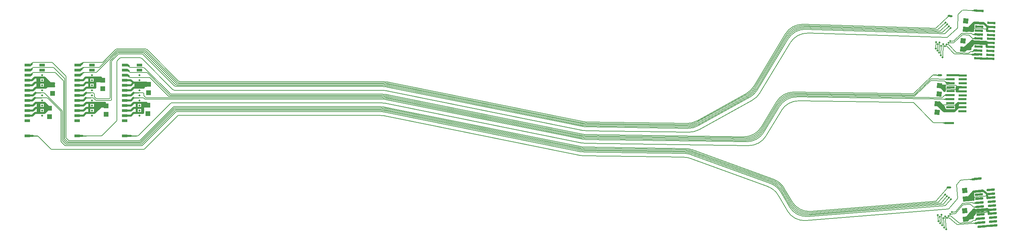
<source format=gbr>
*
G4_C Author: OrCAD GerbTool(tm) 8.1.1 Thu Jun 19 01:59:54 2003*
G4 Mass Parameters *
G4 Image *
G4 Aperture Definitions *
G4 Plot Data *
G4 Mass Parameters *
G4 Image *
G4 Aperture Definitions *
G4 Plot Data *
G4 Mass Parameters *
G4 Image *
G4 Aperture Definitions *
G4 Plot Data *
G4 Mass Parameters *
G4 Image *
G4 Aperture Definitions *
G4 Plot Data *
G4 Mass Parameters *
G4 Image *
G4 Aperture Definitions *
G4 Plot Data *
G4 Mass Parameters *
G4 Image *
G4 Aperture Definitions *
G4 Plot Data *
G4 Mass Parameters *
G4 Image *
G4 Aperture Definitions *
G4 Plot Data *
G4 Mass Parameters *
G4 Image *
G4 Aperture Definitions *
G4 Plot Data *
%LPD*%
%FSLAX34Y34*%
%MOIN*%
%AD*%
%AMD25R98*
20,1,0.025000,0.000000,-0.035000,0.000000,0.035000,98.600000*
%
%AMD10R98*
20,1,0.050000,-0.025000,0.000000,0.025000,0.000000,98.600000*
%
%AMD25R98N2*
20,1,0.025000,0.000000,-0.035000,0.000000,0.035000,98.600000*
%
%AMD10R98N2*
20,1,0.050000,-0.025000,0.000000,0.025000,0.000000,98.600000*
%
%AMD25R86*
20,1,0.025000,0.000000,-0.035000,0.000000,0.035000,86.080000*
%
%AMD10R86*
20,1,0.050000,-0.025000,0.000000,0.025000,0.000000,86.080000*
%
%AMD16R5*
20,1,0.025000,-0.035000,0.000000,0.035000,0.000000,5.450000*
%
%AMD10R5*
20,1,0.050000,-0.025000,0.000000,0.025000,0.000000,5.450000*
%
%AMD16R5N2*
20,1,0.025000,-0.035000,0.000000,0.035000,0.000000,5.450000*
%
%AMD10R5N2*
20,1,0.050000,-0.025000,0.000000,0.025000,0.000000,5.450000*
%
%AMD31R3*
20,1,0.025000,0.034920,-0.002390,-0.034920,0.002390,3.950000*
%
%AMD32R3*
20,1,0.050000,-0.001710,-0.024940,0.001710,0.024940,3.950000*
%
%AMD31R3N2*
20,1,0.025000,0.034920,-0.002390,-0.034920,0.002390,3.910000*
%
%AMD32R3N2*
20,1,0.050000,-0.001710,-0.024940,0.001710,0.024940,3.910000*
%
%AMD31R3N3*
20,1,0.025000,0.034920,-0.002390,-0.034920,0.002390,3.920000*
%
%AMD32R3N3*
20,1,0.050000,-0.001710,-0.024940,0.001710,0.024940,3.920000*
%
%AMD29R274*
20,1,0.022000,0.000000,-0.040000,0.000000,0.040000,274.700000*
%
%AMD42R274*
20,1,0.050000,-0.025000,0.000000,0.025000,0.000000,274.700000*
%
%AMD29R88*
20,1,0.022000,0.000000,-0.040000,0.000000,0.040000,88.000000*
%
%AMD42R88*
20,1,0.050000,-0.025000,0.000000,0.025000,0.000000,88.000000*
%
%AMD257R359*
20,1,0.022000,-0.040000,0.000000,0.040000,0.000000,359.000000*
%
%AMD42R359*
20,1,0.050000,-0.025000,0.000000,0.025000,0.000000,359.000000*
%
%AMD43R180*
20,1,0.022000,-0.039870,-0.003280,0.039870,0.003280,180.000000*
%
%AMD44R180*
20,1,0.050000,-0.002050,0.024920,0.002050,-0.024920,180.000000*
%
%AMD29R95*
20,1,0.022000,0.000000,-0.040000,0.000000,0.040000,95.100000*
%
%AMD42R95*
20,1,0.050000,-0.025000,0.000000,0.025000,0.000000,95.100000*
%
%AMD51R359*
20,1,0.022000,0.039840,0.003560,-0.039840,-0.003560,359.000000*
%
%AMD52R359*
20,1,0.050000,0.002220,-0.024900,-0.002220,0.024900,359.000000*
%
%AMD53R0*
20,1,0.022000,0.039900,0.002860,-0.039900,-0.002860,0.500000*
%
%AMD54R0*
20,1,0.050000,0.001790,-0.024930,-0.001790,0.024930,0.500000*
%
%AMD29R89*
20,1,0.022000,0.000000,-0.040000,0.000000,0.040000,89.200000*
%
%AMD42R89*
20,1,0.050000,-0.025000,0.000000,0.025000,0.000000,89.200000*
%
%AMD29R88N2*
20,1,0.022000,0.000000,-0.040000,0.000000,0.040000,88.200000*
%
%AMD42R88N2*
20,1,0.050000,-0.025000,0.000000,0.025000,0.000000,88.200000*
%
%ADD10R,0.050000X0.050000*%
%ADD11C,0.006000*%
%ADD12C,0.019000*%
%ADD13C,0.007900*%
%ADD14C,0.005000*%
%ADD15C,0.000800*%
%ADD16R,0.070000X0.025000*%
%ADD17R,0.068000X0.023000*%
%ADD18C,0.006000*%
%ADD19C,0.009800*%
%ADD20C,0.010000*%
%ADD21C,0.030000*%
%ADD22C,0.060000*%
%ADD23C,0.035000*%
%ADD24C,0.055000*%
%ADD25R,0.025000X0.070000*%
%ADD26D25R98*%
%ADD27R,0.029000X0.058000*%
%ADD28R,0.031000X0.060000*%
%ADD29R,0.022000X0.080000*%
%ADD30R,0.024000X0.082000*%
%ADD31R,0.030000X0.030000*%
%ADD32D10R86*%
%ADD33D16R5*%
%ADD34D10R5*%
%ADD35D16R5N2*%
%ADD36D10R5N2*%
%ADD37D31R3*%
%ADD38D32R3*%
%ADD39R,0.070000X0.025000*%
%ADD40D32R3N2*%
%ADD41R,0.070000X0.025000*%
%ADD42R,0.050000X0.050000*%
%ADD43D29R274*%
%ADD44D42R274*%
%ADD45D29R88*%
%ADD46D42R88*%
%ADD47D257R359*%
%ADD48D42R359*%
%ADD49D43R180*%
%ADD50D44R180*%
%ADD51D29R95*%
%ADD52D42R95*%
%ADD53D51R359*%
%ADD54D52R359*%
%ADD55D53R0*%
%ADD56D54R0*%
%ADD57D29R89*%
%ADD58D42R89*%
%ADD59D29R88N2*%
%ADD60D42R88N2*%
%ADD256R,0.058000X0.029000*%
%ADD257R,0.080000X0.022000*%
G4_C OrCAD GerbTool Tool List *
G54D20*
G1X11523Y31877D2*
G1X11014Y31877D1*
G1X12206Y34137D2*
G54D12*
G1X12206Y34610D1*
G1X12206Y34255D2*
G1X12206Y34727D1*
G1X12259Y36632D2*
G1X12260Y37106D1*
G1X12177Y36127D2*
G54D11*
G1X11589Y36126D1*
G1X12277Y36027D2*
G75*
G3X12177Y36127I-100J0D1*
G74*
G1X11672Y31877D2*
G1X11410Y31877D1*
G1X11742Y31906D2*
G75*
G2X11672Y31877I-71J71D1*
G74*
G1X6214Y31875D2*
G54D12*
G1X5663Y31875D1*
G1X8056Y31878D2*
G54D11*
G1X6412Y31877D1*
G1X8126Y31907D2*
G75*
G2X8056Y31878I-71J71D1*
G74*
G1X6113Y31875D2*
G54D20*
G1X6554Y31875D1*
G1X1314Y31877D2*
G54D12*
G1X765Y31877D1*
G1X1724Y31877D2*
G54D20*
G1X1215Y31877D1*
G1X1794Y31846D2*
G75*
G54D11*
G3X1724Y31877I-71J-71D1*
G74*
G1X10954Y37377D2*
G54D12*
G1X10378Y37376D1*
G1X10509Y36376D2*
G1X11004Y36376D1*
G1X11255Y36628D1*
G1X10516Y35875D2*
G1X11015Y35875D1*
G1X11001Y34878D2*
G1X10454Y34878D1*
G1X10453Y34378D2*
G1X11000Y34378D1*
G1X11251Y34628D1*
G1X10987Y35377D2*
G1X11238Y35628D1*
G1X11252Y35128D2*
G1X11001Y34878D1*
G1X11242Y34128D2*
G1X10994Y33878D1*
G1X11015Y35875D2*
G1X11268Y36128D1*
G1X10999Y36880D2*
G1X10426Y36880D1*
G1X11247Y37128D2*
G1X10999Y36880D1*
G1X9612Y39235D2*
G75*
G54D11*
G2X9642Y39306I100J0D1*
G74*
G1X6314Y39120D2*
G1X6184Y39014D1*
G1X6254Y37374D2*
G54D12*
G1X6506Y37626D1*
G1X6303Y36374D2*
G1X6554Y36626D1*
G1X6300Y34376D2*
G1X6550Y34625D1*
G1X6286Y35376D2*
G1X6536Y35626D1*
G1X6550Y35125D2*
G1X6301Y34876D1*
G1X6541Y34126D2*
G1X6292Y33876D1*
G1X6536Y35626D2*
G54D20*
G1X7013Y35625D1*
G1X6314Y35874D2*
G54D12*
G1X6568Y36127D1*
G1X6568Y36126D2*
G54D20*
G1X7014Y36126D1*
G1X7815Y34626D2*
G54D12*
G1X6567Y34626D1*
G1X7866Y34625D2*
G1X7365Y34126D1*
G1X6541Y34126D1*
G1X6546Y37126D2*
G1X6299Y36877D1*
G1X7839Y34677D2*
G1X7389Y35126D1*
G1X7473Y37126D2*
G1X6546Y37126D1*
G1X6506Y37626D2*
G1X7473Y37626D1*
G1X7474Y36626D2*
G1X6554Y36626D1*
G1X8222Y34979D2*
G1X7721Y34480D1*
G1X6174Y38496D2*
G54D11*
G1X6310Y38608D1*
G75*
G2X6373Y38630I63J-78D1*
G74*
G1X6286Y38088D2*
G1X6179Y38001D1*
G1X6350Y38112D2*
G75*
G3X6286Y38088I0J-100D1*
G74*
G1X7237Y35626D2*
G1X6788Y35626D1*
G1X7309Y35596D2*
G75*
G3X7237Y35626I-71J-71D1*
G74*
G1X7381Y35737D2*
G75*
G2X7352Y35807I71J71D1*
G74*
G1X7352Y36025D1*
G1X7252Y36126D2*
G1X6788Y36126D1*
G1X7352Y36025D2*
G75*
G3X7252Y36126I-100J0D1*
G74*
G1X7547Y35570D2*
G1X7381Y35737D1*
G1X7618Y35540D2*
G75*
G2X7547Y35570I0J100D1*
G74*
G1X7499Y35405D2*
G1X7309Y35596D1*
G1X7570Y35376D2*
G75*
G2X7499Y35405I0J100D1*
G74*
G1X1028Y37771D2*
G1X1158Y37877D1*
G1X1028Y37984D1*
G1X1048Y37955D2*
G1X1048Y37801D1*
G1X1086Y37932D2*
G1X1085Y37823D1*
G1X1033Y37878D2*
G1X1158Y37877D1*
G1X1028Y38271D2*
G1X1158Y38378D1*
G1X1049Y38455D2*
G1X1048Y38301D1*
G1X1085Y38432D2*
G1X1086Y38324D1*
G1X1033Y38378D2*
G1X1158Y38378D1*
G1X1050Y38955D2*
G1X1049Y38801D1*
G1X1086Y38932D2*
G1X1087Y38824D1*
G1X1035Y38877D2*
G1X1159Y38878D1*
G1X1225Y38533D2*
G75*
G2X1324Y38633I100J0D1*
G74*
G1X1225Y38477D2*
G1X1225Y38533D1*
G1X1124Y38378D2*
G75*
G3X1225Y38477I0J100D1*
G74*
G1X1033Y37878D2*
G1X1158Y37877D1*
G1X1224Y38032D2*
G75*
G2X1324Y38132I100J0D1*
G74*
G1X1225Y37978D2*
G1X1224Y38032D1*
G1X1124Y37878D2*
G75*
G3X1225Y37978I0J100D1*
G74*
G1X1158Y38878D2*
G1X1028Y38984D1*
G1X1034Y38878D2*
G1X1158Y38878D1*
G1X1124Y38877D2*
G75*
G3X1224Y38978I0J100D1*
G74*
G1X1156Y38377D2*
G1X1027Y38484D1*
G1X1073Y38423D2*
G1X1198Y38422D1*
G1X1077Y38458D2*
G1X1202Y38458D1*
G1X1124Y38497D2*
G1X1254Y38603D1*
G1X1082Y38432D2*
G1X1212Y38538D1*
G1X1013Y38483D2*
G1X1137Y38482D1*
G1X1091Y38405D2*
G1X1221Y38511D1*
G1X1026Y38984D2*
G1X1152Y38984D1*
G1X1066Y38924D2*
G1X1190Y38924D1*
G1X1068Y38963D2*
G1X1193Y38962D1*
G1X1222Y39035D2*
G1X1092Y38928D1*
G1X1215Y38994D2*
G1X1085Y38888D1*
G1X1200Y38969D2*
G1X1070Y38863D1*
G1X1065Y38449D2*
G1X1195Y38556D1*
G1X1129Y38002D2*
G1X1259Y38108D1*
G1X1048Y37936D2*
G1X1178Y38042D1*
G1X989Y37983D2*
G1X1113Y37983D1*
G1X1081Y37922D2*
G1X1206Y37922D1*
G1X1084Y37955D2*
G1X1209Y37955D1*
G1X1088Y37982D2*
G1X1213Y37981D1*
G1X1083Y37923D2*
G1X1213Y38030D1*
G1X1224Y38978D2*
G1X1224Y39038D1*
G75*
G2X1325Y39138I100J0D1*
G74*
G1X1266Y39121D2*
G1X1136Y39015D1*
G1X1210Y39076D2*
G1X1080Y38970D1*
G1X1205Y37375D2*
G54D12*
G1X628Y37376D1*
G1X1205Y37375D2*
G1X1457Y37627D1*
G1X1097Y38937D2*
G54D11*
G1X1225Y39066D1*
G1X758Y36375D2*
G54D12*
G1X1254Y36375D1*
G1X766Y35875D2*
G1X1266Y35875D1*
G1X704Y33877D2*
G1X1204Y33877D1*
G1X1252Y34877D2*
G1X704Y34876D1*
G1X704Y34377D2*
G1X1250Y34377D1*
G1X704Y35377D2*
G1X1238Y35377D1*
G1X1487Y35627D1*
G1X1493Y34127D2*
G1X1243Y33877D1*
G1X1249Y36878D2*
G1X677Y36879D1*
G1X1497Y37127D2*
G1X1249Y36878D1*
G1X1040Y38781D2*
G54D11*
G1X1170Y38888D1*
G1X1618Y36127D2*
G54D20*
G1X2064Y36126D1*
G1X2917Y34627D2*
G54D12*
G1X2417Y34127D1*
G1X2889Y34677D2*
G1X2440Y35127D1*
G1X1303Y36375D2*
G1X1555Y36627D1*
G1X1299Y34377D2*
G1X1550Y34627D1*
G1X1550Y35126D2*
G1X1301Y34877D1*
G1X1315Y35875D2*
G1X1567Y36128D1*
G1X14962Y35997D2*
G75*
G54D11*
G2X14892Y36026I0J100D1*
G74*
G1X14890Y35877D2*
G75*
G2X14820Y35906I0J100D1*
G74*
G1X14809Y35757D2*
G75*
G2X14739Y35786I0J100D1*
G74*
G1X14944Y35108D2*
G1X11742Y31906D1*
G1X15014Y35137D2*
G75*
G3X14944Y35108I0J-100D1*
G74*
G1X15255Y34757D2*
G75*
G3X15185Y34728I0J-100D1*
G74*
G1X15243Y34608D2*
G75*
G2X15313Y34637I71J-71D1*
G74*
G1X15370Y34517D2*
G75*
G3X15300Y34488I0J-100D1*
G74*
G1X15363Y34368D2*
G75*
G2X15433Y34397I71J-71D1*
G74*
G1X15507Y34277D2*
G75*
G3X15437Y34248I0J-100D1*
G74*
G1X15632Y33868D2*
G75*
G2X15702Y33897I71J-71D1*
G74*
G1X9747Y39945D2*
G75*
G2X9817Y39974I71J-71D1*
G74*
G1X9673Y40065D2*
G75*
G2X9743Y40094I71J-71D1*
G74*
G1X9610Y40185D2*
G75*
G2X9680Y40214I71J-71D1*
G74*
G1X9553Y40305D2*
G75*
G2X9623Y40334I71J-71D1*
G74*
G1X9496Y40425D2*
G75*
G2X9566Y40454I71J-71D1*
G74*
G1X9642Y39306D2*
G1X9898Y39563D1*
G75*
G2X9968Y39592I71J-71D1*
G74*
G1X12138Y30947D2*
G1X15437Y34248D1*
G1X12068Y30918D2*
G75*
G3X12138Y30947I0J100D1*
G74*
G1X15363Y34368D2*
G1X12063Y31067D1*
G75*
G2X11993Y31038I-71J71D1*
G74*
G1X12000Y31187D2*
G1X15300Y34488D1*
G1X11930Y31158D2*
G75*
G3X12000Y31187I0J100D1*
G74*
G1X15243Y34608D2*
G1X11943Y31307D1*
G75*
G2X11873Y31278I-71J71D1*
G74*
G1X11885Y31427D2*
G1X15185Y34728D1*
G1X11815Y31398D2*
G75*
G3X11885Y31427I0J100D1*
G74*
G1X11815Y31398D2*
G1X4866Y31398D1*
G75*
G2X4796Y31427I0J100D1*
G74*
G1X4767Y31278D2*
G1X11873Y31278D1*
G1X4696Y31307D2*
G75*
G3X4767Y31278I71J71D1*
G74*
G1X11930Y31158D2*
G1X4669Y31158D1*
G75*
G2X4598Y31187I0J100D1*
G74*
G1X4594Y31038D2*
G1X11993Y31038D1*
G1X4524Y31067D2*
G75*
G3X4594Y31038I71J71D1*
G74*
G1X12068Y30918D2*
G1X4495Y30918D1*
G75*
G2X4425Y30947I0J100D1*
G74*
G1X4111Y31261D1*
G1X4082Y31331D2*
G75*
G3X4111Y31261I100J0D1*
G74*
G1X4524Y31067D2*
G1X4231Y31360D1*
G75*
G2X4202Y31430I71J71D1*
G74*
G1X4598Y31187D2*
G1X4351Y31436D1*
G75*
G2X4322Y31506I71J71D1*
G74*
G1X4471Y31534D2*
G1X4696Y31307D1*
G1X4442Y31604D2*
G75*
G3X4471Y31534I100J0D1*
G74*
G1X4796Y31427D2*
G1X4594Y31629D1*
G75*
G2X4565Y31699I71J71D1*
G74*
G1X4082Y31331D2*
G1X4082Y34236D1*
G75*
G3X4053Y34306I-100J0D1*
G74*
G1X4202Y31430D2*
G1X4202Y34286D1*
G75*
G3X4173Y34356I-100J0D1*
G74*
G1X4053Y34306D2*
G1X2760Y35598D1*
G1X2690Y35627D2*
G1X1840Y35627D1*
G1X2760Y35598D2*
G75*
G3X2690Y35627I-71J-71D1*
G74*
G1X4173Y34356D2*
G1X2431Y36098D1*
G1X2361Y36127D2*
G1X1839Y36127D1*
G1X2431Y36098D2*
G75*
G3X2361Y36127I-71J-71D1*
G74*
G1X4322Y31506D2*
G1X4322Y37281D1*
G75*
G3X4293Y37351I-100J0D1*
G74*
G1X4442Y31604D2*
G1X4442Y37501D1*
G75*
G3X4413Y37571I-100J0D1*
G74*
G1X4565Y31699D2*
G1X4565Y37737D1*
G75*
G3X4536Y37807I-100J0D1*
G74*
G1X4293Y37351D2*
G1X3542Y38103D1*
G75*
G3X3472Y38132I-71J-71D1*
G74*
G1X4413Y37571D2*
G1X3382Y38603D1*
G75*
G3X3312Y38632I-71J-71D1*
G74*
G1X4536Y37807D2*
G1X3235Y39108D1*
G75*
G3X3165Y39137I-71J-71D1*
G74*
G1X2417Y34127D2*
G54D12*
G1X1493Y34127D1*
G1X2866Y34627D2*
G1X1533Y34627D1*
G1X2440Y35127D2*
G1X1533Y35126D1*
G1X2164Y35627D2*
G54D20*
G1X1533Y35627D1*
G1X2525Y37127D2*
G54D12*
G1X1497Y37127D1*
G1X3312Y38632D2*
G54D11*
G1X1324Y38632D1*
G1X3165Y39137D2*
G1X1325Y39137D1*
G1X3472Y38132D2*
G1X1323Y38132D1*
G1X1794Y31846D2*
G1X3074Y30567D1*
G75*
G3X3144Y30538I71J71D1*
G74*
G1X12263Y30538D1*
G1X12333Y30567D2*
G1X15632Y33868D1*
G1X12263Y30538D2*
G75*
G3X12333Y30567I0J100D1*
G74*
G1X8126Y31907D2*
G1X9583Y33364D1*
G1X9612Y33434D2*
G1X9612Y39235D1*
G1X9583Y33364D2*
G75*
G3X9612Y33434I-71J71D1*
G74*
G1X5654Y33876D2*
G54D12*
G1X6253Y33876D1*
G1X5652Y34376D2*
G1X6300Y34376D1*
G1X6301Y34876D2*
G1X5653Y34875D1*
G1X5653Y35376D2*
G1X6286Y35376D1*
G1X5715Y35874D2*
G1X6314Y35874D1*
G1X5707Y36374D2*
G1X6303Y36374D1*
G1X6254Y37374D2*
G1X5577Y37375D1*
G1X6299Y36877D2*
G1X5625Y36878D1*
G1X6112Y37888D2*
G54D11*
G1X5982Y37993D1*
G1X5982Y37782D2*
G1X6112Y37888D1*
G1X5987Y37888D1*
G1X6002Y37965D2*
G1X6002Y37810D1*
G1X6112Y37888D2*
G1X5987Y37888D1*
G1X6035Y37932D2*
G1X6161Y37932D1*
G1X6078Y37888D2*
G75*
G3X6179Y37988I0J100D1*
G74*
G1X6042Y37992D2*
G1X6167Y37992D1*
G1X6037Y37934D2*
G1X6167Y38040D1*
G1X6178Y38029D2*
G1X6178Y38084D1*
G1X6200Y38107D2*
G1X6002Y37946D1*
G1X6040Y37942D2*
G1X6040Y37834D1*
G1X6038Y37965D2*
G1X6163Y37965D1*
G1X6262Y38130D2*
G75*
G3X6200Y38107I0J-101D1*
G74*
G1X6179Y37988D2*
G1X6179Y38043D1*
G1X6406Y38130D2*
G1X6262Y38130D1*
G1X5944Y37974D2*
G1X6057Y38027D1*
G1X6044Y38021D2*
G1X6157Y38073D1*
G1X6112Y38388D2*
G1X5982Y38493D1*
G1X5982Y38282D2*
G1X6112Y38388D1*
G1X5987Y38388D1*
G1X6002Y38465D2*
G1X6002Y38310D1*
G1X6112Y38388D2*
G1X5987Y38388D1*
G1X6035Y38432D2*
G1X6161Y38432D1*
G1X6078Y38388D2*
G75*
G3X6179Y38488I0J100D1*
G74*
G1X6042Y38492D2*
G1X6167Y38492D1*
G1X6037Y38434D2*
G1X6167Y38540D1*
G1X6178Y38529D2*
G1X6178Y38584D1*
G1X6200Y38607D2*
G1X6002Y38446D1*
G1X6040Y38442D2*
G1X6040Y38334D1*
G1X6038Y38465D2*
G1X6163Y38465D1*
G1X6262Y38630D2*
G75*
G3X6200Y38607I0J-101D1*
G74*
G1X6179Y38488D2*
G1X6179Y38543D1*
G1X6406Y38630D2*
G1X6262Y38630D1*
G1X5944Y38475D2*
G1X6057Y38527D1*
G1X6044Y38521D2*
G1X6157Y38574D1*
G1X6114Y38887D2*
G1X5984Y38992D1*
G1X5984Y38781D2*
G1X6114Y38887D1*
G1X5989Y38887D1*
G1X6004Y38964D2*
G1X6004Y38809D1*
G1X6114Y38887D2*
G1X5989Y38887D1*
G1X6037Y38931D2*
G1X6163Y38931D1*
G1X6080Y38887D2*
G75*
G3X6181Y38987I0J100D1*
G74*
G1X6044Y38991D2*
G1X6169Y38991D1*
G1X6039Y38933D2*
G1X6169Y39039D1*
G1X6180Y39028D2*
G1X6180Y39083D1*
G1X6202Y39106D2*
G1X6004Y38945D1*
G1X6042Y38941D2*
G1X6042Y38833D1*
G1X6040Y38964D2*
G1X6165Y38964D1*
G1X6264Y39129D2*
G75*
G3X6202Y39106I0J-101D1*
G74*
G1X6181Y38987D2*
G1X6181Y39042D1*
G1X6408Y39129D2*
G1X6264Y39129D1*
G1X5946Y38973D2*
G1X6059Y39026D1*
G1X6046Y39020D2*
G1X6159Y39072D1*
G1X6120Y38485D2*
G1X6256Y38597D1*
G1X6138Y38008D2*
G1X6274Y38120D1*
G1X12260Y36627D2*
G54D12*
G1X11255Y36627D1*
G1X11269Y36126D2*
G54D20*
G1X11815Y36127D1*
G1X11238Y35627D2*
G1X11815Y35627D1*
G1X12521Y35127D2*
G54D12*
G1X11252Y35127D1*
G1X12206Y34627D2*
G1X11268Y34627D1*
G1X12206Y34127D2*
G1X11242Y34127D1*
G1X12205Y35627D2*
G54D11*
G1X11558Y35627D1*
G1X12275Y35598D2*
G75*
G3X12205Y35627I-71J-71D1*
G74*
G1X12275Y35598D2*
G1X12327Y35546D1*
G1X12327Y35546D2*
G75*
G3X12397Y35517I71J71D1*
G74*
G1X12277Y35874D2*
G1X12277Y36027D1*
G1X12306Y35803D2*
G75*
G2X12277Y35874I71J71D1*
G74*
G1X12306Y35803D2*
G1X12443Y35666D1*
G1X12443Y35666D2*
G75*
G3X12513Y35637I71J71D1*
G74*
G1X10454Y35377D2*
G54D12*
G1X10987Y35377D1*
G1X10454Y33877D2*
G1X10955Y33877D1*
G1X11014Y31877D2*
G1X10464Y31877D1*
G1X11824Y36375D3*
G1X11823Y35875D3*
G1X11823Y34376D3*
G1X11822Y35376D3*
G1X11822Y34876D3*
G1X11823Y33875D3*
G1X11822Y37876D3*
G54D256*
G1X11822Y38376D3*
G1X11824Y38876D3*
G1X10353Y38378D3*
G1X10352Y37877D3*
G1X10352Y37378D3*
G1X10352Y36878D3*
G1X10352Y36377D3*
G1X10353Y35877D3*
G1X10353Y35377D3*
G1X10352Y34876D3*
G1X10353Y34377D3*
G1X10352Y33878D3*
G1X10353Y33377D3*
G1X10352Y31877D3*
G1X10353Y38877D3*
G1X12521Y36809D2*
G54D12*
G1X12133Y36809D1*
G1X12528Y36985D2*
G1X12133Y36985D1*
G1X11822Y37376D3*
G1X12520Y37125D2*
G1X11247Y37125D1*
G54D42*
G1X12660Y34056D3*
G1X12661Y34896D3*
G1X12737Y36120D3*
G1X12738Y36960D3*
G54D12*
G1X7135Y36375D3*
G1X7134Y35875D3*
G1X7134Y34376D3*
G1X7134Y36875D3*
G1X7133Y37376D3*
G1X7133Y35376D3*
G1X7133Y34876D3*
G1X7134Y33875D3*
G54D256*
G1X5664Y38378D3*
G1X5663Y37877D3*
G1X5663Y37378D3*
G1X5663Y36878D3*
G1X5663Y36377D3*
G1X5664Y35877D3*
G1X5664Y35377D3*
G1X5663Y34876D3*
G1X5664Y34377D3*
G1X5663Y33878D3*
G1X5664Y33377D3*
G1X5663Y31877D3*
G1X5664Y38877D3*
G1X7133Y38876D3*
G1X7133Y38376D3*
G54D12*
G1X7133Y37876D3*
G1X9610Y40185D2*
G54D11*
G1X7585Y38159D1*
G1X7515Y38130D2*
G1X6350Y38130D1*
G1X7585Y38159D2*
G75*
G2X7515Y38130I-71J71D1*
G74*
G1X6373Y38630D2*
G1X7838Y38630D1*
G1X7908Y38659D2*
G1X9553Y40305D1*
G1X7838Y38630D2*
G75*
G3X7908Y38659I0J100D1*
G74*
G1X9496Y40425D2*
G1X8228Y39158D1*
G1X8158Y39129D2*
G1X6373Y39129D1*
G1X8228Y39158D2*
G75*
G2X8158Y39129I-71J71D1*
G74*
G1X6880Y37093D2*
G54D12*
G1X6880Y37566D1*
G1X6880Y36651D2*
G1X6880Y37124D1*
G1X7389Y36656D2*
G1X7389Y37129D1*
G1X7389Y37063D2*
G1X7389Y37536D1*
G1X5968Y37956D2*
G54D11*
G1X5968Y37801D1*
G1X5953Y37918D2*
G1X5953Y37763D1*
G1X5966Y38454D2*
G1X5966Y38299D1*
G1X5953Y38418D2*
G1X5953Y38263D1*
G1X5963Y38950D2*
G1X5963Y38795D1*
G1X5953Y38918D2*
G1X5953Y38763D1*
G1X6267Y39133D2*
G1X6137Y39027D1*
G1X8830Y35541D2*
G1X7618Y35541D1*
G1X8930Y35641D2*
G75*
G2X8830Y35541I-100J0D1*
G74*
G1X7570Y35376D2*
G1X8981Y35376D1*
G75*
G3X9081Y35476I0J100D1*
G74*
G1X9080Y39236D1*
G1X9109Y39307D2*
G1X9747Y39945D1*
G1X9080Y39236D2*
G75*
G2X9109Y39307I100J0D1*
G74*
G1X8930Y35641D2*
G1X8930Y39280D1*
G1X8959Y39351D2*
G1X9673Y40065D1*
G1X8930Y39280D2*
G75*
G2X8959Y39351I100J0D1*
G74*
G54D42*
G1X8529Y34002D3*
G1X8530Y34842D3*
G1X8018Y37626D2*
G54D12*
G1X7448Y37626D1*
G1X7473Y36626D2*
G1X7473Y37615D1*
G1X7407Y36985D2*
G1X7463Y36985D1*
G1X7463Y36808D2*
G1X7407Y36808D1*
G1X8025Y37454D2*
G1X7455Y37454D1*
G1X8031Y37267D2*
G1X7461Y37267D1*
G54D42*
G1X8198Y36544D3*
G1X8199Y37384D3*
G54D12*
G1X2206Y36374D3*
G1X2205Y35874D3*
G1X2205Y34375D3*
G1X2205Y36874D3*
G1X2204Y37375D3*
G1X2204Y35375D3*
G1X2204Y34875D3*
G1X2205Y33874D3*
G1X2204Y37875D3*
G54D256*
G1X2204Y38375D3*
G1X2206Y38875D3*
G1X734Y38377D3*
G1X733Y37876D3*
G1X733Y37377D3*
G1X733Y36877D3*
G1X733Y36376D3*
G1X734Y35876D3*
G1X734Y35376D3*
G1X733Y34875D3*
G1X734Y34376D3*
G1X733Y33877D3*
G1X734Y33376D3*
G1X733Y31875D3*
G1X734Y38876D3*
G1X1497Y37627D2*
G54D12*
G1X2439Y37627D1*
G54D42*
G1X2916Y33767D3*
G1X2917Y34607D3*
G1X3235Y36071D3*
G1X3236Y36911D3*
G1X2530Y37065D2*
G54D12*
G1X3390Y37065D1*
G1X2890Y37177D2*
G1X2441Y37627D1*
G1X3142Y36923D2*
G1X2693Y37373D1*
G1X2530Y36756D2*
G1X3390Y36756D1*
G1X2478Y36920D2*
G1X3338Y36920D1*
G1X3067Y36879D2*
G1X2618Y37329D1*
G1X2624Y36742D2*
G1X2624Y37419D1*
G1X2471Y36627D2*
G1X2471Y37577D1*
G1X3001Y37071D2*
G1X2551Y36627D1*
G1X2533Y36626D2*
G1X1578Y36626D1*
G1X1943Y34149D2*
G1X1943Y35099D1*
G1X1760Y34156D2*
G1X1760Y35106D1*
G1X1925Y36643D2*
G1X1925Y37593D1*
G1X1740Y36629D2*
G1X1740Y37579D1*
G1X2465Y35096D2*
G1X2465Y34197D1*
G1X2623Y34927D2*
G1X2623Y34427D1*
G1X12108Y36711D2*
G1X12108Y37126D1*
G1X11437Y36676D2*
G1X11437Y37126D1*
G1X11218Y37131D2*
G1X10966Y37385D1*
G54D256*
G1X11772Y36959D3*
G1X11751Y36804D3*
G1X10641Y37982D2*
G54D11*
G1X10771Y37876D1*
G1X10641Y37770D1*
G1X10647Y37876D2*
G1X10771Y37876D1*
G1X10647Y37876D1*
G1X10737Y37877D2*
G75*
G2X10837Y37776I0J-100D1*
G74*
G1X10662Y37819D2*
G1X10792Y37712D1*
G1X10601Y37772D2*
G1X10727Y37771D1*
G1X10695Y37832D2*
G1X10819Y37832D1*
G1X10697Y37799D2*
G1X10823Y37799D1*
G1X10702Y37772D2*
G1X10826Y37772D1*
G1X10697Y37830D2*
G1X10827Y37724D1*
G1X10837Y37740D2*
G1X10836Y37685D1*
G1X10837Y37785D2*
G1X10837Y37730D1*
G1X10656Y37936D2*
G1X10656Y37809D1*
G1X10642Y38482D2*
G1X10772Y38376D1*
G1X10646Y38377D1*
G1X10738Y38376D2*
G75*
G2X10837Y38276I0J-100D1*
G74*
G1X10770Y38376D2*
G1X10639Y38270D1*
G1X10687Y38332D2*
G1X10812Y38331D1*
G1X10690Y38296D2*
G1X10815Y38296D1*
G1X10695Y38322D2*
G1X10825Y38216D1*
G1X10625Y38271D2*
G1X10751Y38271D1*
G1X10705Y38349D2*
G1X10835Y38243D1*
G1X10679Y38304D2*
G1X10809Y38198D1*
G1X10836Y38247D2*
G1X10836Y38192D1*
G1X10836Y38290D2*
G1X10836Y38235D1*
G1X10660Y38431D2*
G1X10660Y38304D1*
G1X10647Y38879D2*
G1X10773Y38879D1*
G1X10642Y38985D1*
G1X10772Y38879D2*
G1X10641Y38773D1*
G1X10646Y38879D2*
G1X10772Y38879D1*
G1X10737Y38879D2*
G75*
G2X10837Y38779I0J-100D1*
G74*
G1X10639Y38774D2*
G1X10764Y38773D1*
G1X10678Y38833D2*
G1X10804Y38834D1*
G1X10682Y38794D2*
G1X10806Y38794D1*
G1X10835Y38722D2*
G1X10705Y38828D1*
G1X10829Y38764D2*
G1X10699Y38869D1*
G1X10813Y38788D2*
G1X10683Y38894D1*
G1X10837Y38779D2*
G1X10838Y38719D1*
G1X10822Y38681D2*
G1X10692Y38787D1*
G1X10710Y38820D2*
G1X10838Y38691D1*
G1X10656Y38929D2*
G1X10656Y38802D1*
G1X10742Y37752D2*
G1X10849Y37665D1*
G75*
G3X10912Y37643I63J78D1*
G74*
G1X10738Y38257D2*
G1X10863Y38156D1*
G75*
G3X10926Y38133I63J77D1*
G74*
G1X10748Y38742D2*
G1X10854Y38656D1*
G75*
G3X10917Y38633I63J77D1*
G74*
G1X14739Y35786D2*
G1X12913Y37613D1*
G1X12842Y37643D2*
G1X10912Y37643D1*
G1X12913Y37613D2*
G75*
G3X12842Y37643I-71J-71D1*
G74*
G1X10926Y38133D2*
G1X12552Y38133D1*
G1X12622Y38104D2*
G1X14820Y35906D1*
G1X12552Y38133D2*
G75*
G2X12622Y38104I0J-100D1*
G74*
G1X12206Y34277D2*
G54D12*
G1X12106Y34278D1*
G1X12207Y34440D2*
G1X12107Y34440D1*
G1X12520Y34785D2*
G1X12107Y34785D1*
G1X12107Y34947D2*
G1X12520Y34947D1*
G1X11566Y34131D2*
G1X11566Y34604D1*
G1X11566Y34575D2*
G1X11566Y35047D1*
G1X12106Y34147D2*
G1X12106Y34620D1*
G1X12107Y34570D2*
G1X12107Y35043D1*
G1X6876Y34143D2*
G1X6876Y34616D1*
G1X7633Y34439D2*
G1X7424Y34439D1*
G1X6876Y34616D2*
G1X6876Y35089D1*
G1X8432Y34783D2*
G1X7424Y34783D1*
G1X7424Y34946D2*
G1X8433Y34946D1*
G1X7420Y34216D2*
G1X7420Y34689D1*
G1X7420Y34576D2*
G1X7420Y35049D1*
G1X8432Y35126D2*
G1X6550Y35126D1*
G1X15681Y37296D2*
G75*
G54D11*
G3X15822Y37237I142J141D1*
G74*
G1X15583Y37176D2*
G75*
G3X15724Y37117I142J141D1*
G74*
G1X15629Y36997D2*
G75*
G2X15488Y37056I0J200D1*
G74*
G1X15412Y36936D2*
G75*
G3X15553Y36877I142J142D1*
G74*
G1X15454Y36757D2*
G75*
G2X15313Y36816I0J200D1*
G74*
G1X15148Y36436D2*
G75*
G3X15289Y36377I142J142D1*
G74*
G1X15822Y37237D2*
G75*
G2X15681Y37296I0J200D1*
G74*
G1X9566Y40454D2*
G1X12448Y40454D1*
G1X12590Y40395D2*
G1X15681Y37296D1*
G1X12448Y40454D2*
G75*
G2X12590Y40395I0J-200D1*
G74*
G1X9623Y40334D2*
G1X12349Y40334D1*
G1X12491Y40275D2*
G1X15583Y37176D1*
G1X12349Y40334D2*
G75*
G2X12491Y40275I0J-200D1*
G74*
G1X9680Y40214D2*
G1X12247Y40214D1*
G1X12389Y40155D2*
G1X15488Y37056D1*
G1X12247Y40214D2*
G75*
G2X12389Y40155I0J-200D1*
G74*
G1X9743Y40094D2*
G1X12171Y40094D1*
G1X12313Y40035D2*
G1X15412Y36936D1*
G1X12171Y40094D2*
G75*
G2X12313Y40035I0J-200D1*
G74*
G1X9817Y39974D2*
G1X12072Y39974D1*
G1X12214Y39915D2*
G1X15313Y36816D1*
G1X12072Y39974D2*
G75*
G2X12214Y39915I0J-200D1*
G74*
G1X9968Y39592D2*
G1X11910Y39592D1*
G1X12052Y39533D2*
G1X15148Y36436D1*
G1X11910Y39592D2*
G75*
G2X12052Y39533I0J-200D1*
G74*
G1X10917Y38633D2*
G1X12202Y38633D1*
G1X12344Y38574D2*
G1X14892Y36026D1*
G1X12202Y38633D2*
G75*
G2X12344Y38574I0J-200D1*
G74*
G1X71879Y36049D2*
G75*
G3X72625Y36767I-968J1754D1*
G74*
G1X72711Y36677D2*
G75*
G2X71965Y35959I-1697J1025D1*
G74*
G1X72051Y35869D2*
G75*
G3X72797Y36587I-969J1755D1*
G74*
G1X72883Y36498D2*
G75*
G2X72137Y35780I-1697J1025D1*
G74*
G1X72223Y35690D2*
G75*
G3X72969Y36408I-969J1755D1*
G74*
G1X73242Y36125D2*
G75*
G2X72496Y35407I-1697J1025D1*
G74*
G1X71879Y36049D2*
G1X66983Y33346D1*
G1X66983Y33346D2*
G75*
G2X65988Y33097I-975J1765D1*
G74*
G1X67013Y33225D2*
G1X71965Y35959D1*
G1X66019Y32976D2*
G75*
G3X67013Y33225I28J2020D1*
G74*
G1X72051Y35869D2*
G1X67043Y33105D1*
G1X67043Y33105D2*
G75*
G2X66048Y32856I-974J1765D1*
G74*
G1X67073Y32984D2*
G1X72137Y35780D1*
G1X66079Y32735D2*
G75*
G3X67073Y32984I28J2020D1*
G74*
G1X72223Y35690D2*
G1X67103Y32864D1*
G1X67103Y32864D2*
G75*
G2X66108Y32615I-975J1765D1*
G74*
G1X67199Y32483D2*
G1X72496Y35407D1*
G1X66204Y32234D2*
G75*
G3X67199Y32483I28J2020D1*
G74*
G1X71627Y31778D2*
G75*
G3X73367Y32745I28J2002D1*
G74*
G1X73435Y32624D2*
G75*
G2X71694Y31657I-1720J1039D1*
G74*
G1X71761Y31536D2*
G75*
G3X73502Y32503I28J2002D1*
G74*
G1X73569Y32382D2*
G75*
G2X71829Y31415I-1720J1039D1*
G74*
G1X71896Y31294D2*
G75*
G3X73636Y32261I28J2002D1*
G74*
G1X73849Y31878D2*
G75*
G2X72109Y30911I-1720J1039D1*
G74*
G1X65863Y30618D2*
G75*
G2X66519Y30498I-28J-2012D1*
G74*
G1X66497Y30378D2*
G75*
G3X65841Y30499I-676J-1858D1*
G74*
G1X65818Y30379D2*
G75*
G2X66474Y30259I-28J-2012D1*
G74*
G1X66453Y30139D2*
G75*
G3X65797Y30259I-676J-1858D1*
G74*
G1X65775Y30140D2*
G75*
G2X66431Y30019I-28J-2012D1*
G74*
G1X66361Y29640D2*
G75*
G3X65705Y29760I-676J-1858D1*
G74*
G1X66519Y30498D2*
G1X74601Y27557D1*
G1X74601Y27557D2*
G75*
G2X75649Y26677I-682J-1874D1*
G74*
G1X74520Y27458D2*
G1X66497Y30378D1*
G1X75568Y26579D2*
G75*
G3X74520Y27458I-1727J-997D1*
G74*
G1X66474Y30259D2*
G1X74437Y27361D1*
G1X74437Y27361D2*
G75*
G2X75485Y26481I-682J-1874D1*
G74*
G1X74355Y27263D2*
G1X66453Y30139D1*
G1X75403Y26383D2*
G75*
G3X74355Y27263I-1727J-997D1*
G74*
G1X66431Y30019D2*
G1X74273Y27165D1*
G1X74273Y27165D2*
G75*
G2X75321Y26285I-682J-1874D1*
G74*
G1X74013Y26855D2*
G1X66361Y29640D1*
G1X75061Y25976D2*
G75*
G3X74013Y26855I-1727J-997D1*
G74*
G1X65988Y33097D2*
G1X56161Y33234D1*
G1X56161Y33234D2*
G75*
G2X55793Y33273I28J1975D1*
G74*
G1X56148Y33114D2*
G1X66019Y32976D1*
G1X55781Y33153D2*
G75*
G3X56148Y33114I387J1915D1*
G74*
G1X66048Y32856D2*
G1X56136Y32994D1*
G1X56136Y32994D2*
G75*
G2X55769Y33034I28J1975D1*
G74*
G1X56122Y32875D2*
G1X66079Y32735D1*
G1X55754Y32914D2*
G75*
G3X56122Y32875I387J1915D1*
G74*
G1X66108Y32615D2*
G1X56108Y32755D1*
G1X56108Y32755D2*
G75*
G2X55741Y32794I28J1975D1*
G74*
G1X56073Y32375D2*
G1X66204Y32234D1*
G1X55706Y32414D2*
G75*
G3X56073Y32375I387J1915D1*
G74*
G1X71627Y31778D2*
G1X56030Y31996D1*
G1X56030Y31996D2*
G75*
G2X55663Y32035I28J1975D1*
G74*
G1X56018Y31876D2*
G1X71694Y31657D1*
G1X55651Y31915D2*
G75*
G3X56018Y31876I387J1915D1*
G74*
G1X71761Y31536D2*
G1X56004Y31756D1*
G1X56004Y31756D2*
G75*
G2X55636Y31795I28J1975D1*
G74*
G1X55990Y31636D2*
G1X71829Y31415D1*
G1X55623Y31676D2*
G75*
G3X55990Y31636I387J1915D1*
G74*
G1X71896Y31294D2*
G1X55979Y31516D1*
G1X55979Y31516D2*
G75*
G2X55612Y31556I28J1975D1*
G74*
G1X55937Y31137D2*
G1X72109Y30911D1*
G1X55570Y31176D2*
G75*
G3X55937Y31137I387J1915D1*
G74*
G1X65863Y30618D2*
G1X55895Y30758D1*
G1X55895Y30758D2*
G75*
G2X55528Y30797I28J1975D1*
G74*
G1X55884Y30638D2*
G1X65841Y30499D1*
G1X55517Y30677D2*
G75*
G3X55884Y30638I387J1915D1*
G74*
G1X65818Y30379D2*
G1X55872Y30518D1*
G1X55872Y30518D2*
G75*
G2X55504Y30557I28J1975D1*
G74*
G1X55861Y30398D2*
G1X65797Y30259D1*
G1X55493Y30437D2*
G75*
G3X55861Y30398I387J1915D1*
G74*
G1X65775Y30140D2*
G1X55847Y30278D1*
G1X55847Y30278D2*
G75*
G2X55480Y30317I28J1975D1*
G74*
G1X55803Y29899D2*
G1X65705Y29760D1*
G1X55435Y29938D2*
G75*
G3X55803Y29899I387J1915D1*
G74*
G1X55793Y33273D2*
G1X36332Y37198D1*
G1X35937Y37237D2*
G1X15822Y37237D1*
G1X36332Y37198D2*
G75*
G3X35937Y37237I-395J-1957D1*
G74*
G1X15724Y37117D2*
G1X35925Y37117D1*
G1X36321Y37078D2*
G1X55781Y33153D1*
G1X35925Y37117D2*
G75*
G2X36321Y37078I0J-1977D1*
G74*
G1X55769Y33034D2*
G1X36308Y36958D1*
G1X35913Y36997D2*
G1X15629Y36997D1*
G1X36308Y36958D2*
G75*
G3X35913Y36997I-395J-1957D1*
G74*
G1X15553Y36877D2*
G1X35901Y36877D1*
G1X36296Y36838D2*
G1X55754Y32914D1*
G1X35901Y36877D2*
G75*
G2X36296Y36838I0J-1977D1*
G74*
G1X55741Y32794D2*
G1X36285Y36718D1*
G1X35890Y36757D2*
G1X15454Y36757D1*
G1X36285Y36718D2*
G75*
G3X35890Y36757I-395J-1957D1*
G74*
G1X15289Y36377D2*
G1X35850Y36377D1*
G1X36246Y36338D2*
G1X55706Y32414D1*
G1X35850Y36377D2*
G75*
G2X36246Y36338I0J-1976D1*
G74*
G1X55663Y32035D2*
G1X36208Y35958D1*
G1X35813Y35997D2*
G1X14962Y35997D1*
G1X36208Y35958D2*
G75*
G3X35813Y35997I-395J-1957D1*
G74*
G1X14890Y35877D2*
G1X35800Y35877D1*
G1X36196Y35838D2*
G1X55651Y31915D1*
G1X35800Y35877D2*
G75*
G2X36196Y35838I0J-1976D1*
G74*
G1X55636Y31795D2*
G1X36184Y35718D1*
G1X35789Y35757D2*
G1X14809Y35757D1*
G1X36184Y35718D2*
G75*
G3X35789Y35757I-395J-1957D1*
G74*
G1X12513Y35637D2*
G1X35778Y35637D1*
G1X36173Y35598D2*
G1X55623Y31676D1*
G1X35778Y35637D2*
G75*
G2X36173Y35598I0J-1977D1*
G74*
G1X55612Y31556D2*
G1X36160Y35478D1*
G1X35765Y35517D2*
G1X12397Y35517D1*
G1X36160Y35478D2*
G75*
G3X35765Y35517I-395J-1957D1*
G74*
G1X15014Y35137D2*
G1X35727Y35137D1*
G1X36122Y35098D2*
G1X55570Y31176D1*
G1X35727Y35137D2*
G75*
G2X36122Y35098I0J-1977D1*
G74*
G1X55528Y30797D2*
G1X36085Y34718D1*
G1X35689Y34757D2*
G1X15255Y34757D1*
G1X36085Y34718D2*
G75*
G3X35689Y34757I-395J-1957D1*
G74*
G1X15313Y34637D2*
G1X35678Y34637D1*
G1X36073Y34598D2*
G1X55517Y30677D1*
G1X35678Y34637D2*
G75*
G2X36073Y34598I0J-1977D1*
G74*
G1X55504Y30557D2*
G1X36061Y34478D1*
G1X35665Y34517D2*
G1X15370Y34517D1*
G1X36061Y34478D2*
G75*
G3X35665Y34517I-395J-1957D1*
G74*
G1X15433Y34397D2*
G1X35653Y34397D1*
G1X36048Y34358D2*
G1X55493Y30437D1*
G1X35653Y34397D2*
G75*
G2X36048Y34358I0J-1976D1*
G74*
G1X55480Y30317D2*
G1X36037Y34238D1*
G1X35641Y34277D2*
G1X15507Y34277D1*
G1X36037Y34238D2*
G75*
G3X35641Y34277I-395J-1957D1*
G74*
G1X15702Y33897D2*
G1X35604Y33897D1*
G1X36000Y33858D2*
G1X55435Y29938D1*
G1X35604Y33897D2*
G75*
G2X36000Y33858I0J-1977D1*
G74*
G1X94916Y44251D2*
G54D12*
G1X94416Y44266D1*
G1X94712Y44257D2*
G54D20*
G1X94203Y44273D1*
G1X93249Y44274D2*
G75*
G54D11*
G2X93321Y44301I69J-73D1*
G74*
G54D12*
G1X91357Y40925D3*
G1X91315Y39626D3*
G1X91316Y39625D2*
G54D11*
G1X91357Y40925D1*
G1X93865Y40780D2*
G54D12*
G1X94298Y41186D1*
G1X94186Y40889D2*
G1X93880Y40601D1*
G1X93882Y40712D3*
G1X95020Y40308D2*
G1X94438Y40327D1*
G1X94414Y40336D2*
G54D20*
G1X94273Y40204D1*
G1X95000Y41886D2*
G54D12*
G1X94500Y41902D1*
G1X94796Y41892D2*
G54D20*
G1X94287Y41908D1*
G1X94804Y41497D2*
G1X94275Y41513D1*
G1X94488Y41507D2*
G54D12*
G1X94987Y41491D1*
G1X94327Y39900D2*
G54D11*
G1X94315Y39888D1*
G1X94218Y41954D2*
G1X94269Y41901D1*
G1X94148Y41987D2*
G75*
G2X94218Y41954I-3J-100D1*
G74*
G1X94254Y41512D2*
G1X93975Y41809D1*
G75*
G3X93905Y41841I-73J-69D1*
G74*
G1X94211Y44273D2*
G1X93321Y44301D1*
G1X95607Y39501D2*
G54D12*
G1X95024Y39519D1*
G1X93293Y41860D2*
G54D11*
G1X93905Y41841D1*
G1X93221Y41834D2*
G75*
G2X93293Y41860I69J-73D1*
G74*
G1X93268Y42014D2*
G1X94148Y41987D1*
G1X93196Y41988D2*
G75*
G2X93268Y42014I69J-73D1*
G74*
G1X94263Y40192D2*
G1X94095Y40197D1*
G75*
G3X94023Y40171I-3J-99D1*
G74*
G1X93926Y40079D1*
G75*
G2X93855Y40052I-69J73D1*
G74*
G1X92726Y40087D1*
G75*
G2X92657Y40119I3J100D1*
G74*
G1X94061Y40449D2*
G54D12*
G1X93300Y40473D1*
G1X93463Y40561D2*
G1X93896Y40967D1*
G1X93625Y40512D2*
G1X94058Y40918D1*
G1X93507Y40263D2*
G1X93940Y40669D1*
G1X91599Y43074D3*
G1X91769Y42894D3*
G1X91938Y42713D3*
G1X92108Y42533D3*
G1X91553Y42011D2*
G75*
G54D11*
G2X91481Y41984I-69J73D1*
G74*
G54D12*
G1X92067Y41252D3*
G1X91887Y41082D3*
G1X91707Y40913D3*
G1X91526Y40743D3*
G1X92108Y42532D2*
G54D11*
G1X91556Y42013D1*
G1X91556Y42013D2*
G75*
G2X91484Y41986I-69J73D1*
G74*
G1X93196Y41988D2*
G1X92436Y41269D1*
G1X92364Y41242D2*
G1X92067Y41252D1*
G1X92436Y41269D2*
G75*
G2X92364Y41242I-69J73D1*
G74*
G1X93221Y41834D2*
G1X92441Y41095D1*
G1X92369Y41067D2*
G1X91887Y41082D1*
G1X92441Y41095D2*
G75*
G2X92369Y41067I-69J72D1*
G74*
G1X91526Y40734D2*
G1X91705Y40729D1*
G75*
G2X91774Y40698I-3J-100D1*
G74*
G1X91707Y40913D2*
G1X91876Y40908D1*
G1X91947Y40876D2*
G1X92657Y40119D1*
G1X91876Y40908D2*
G75*
G2X91947Y40876I-3J-100D1*
G74*
G1X91812Y41623D2*
G75*
G2X91740Y41596I-69J73D1*
G74*
G1X91900Y43696D2*
G1X90650Y42522D1*
G1X90650Y42522D2*
G75*
G2X90579Y42495I-69J73D1*
G74*
G1X90878Y42396D2*
G1X91599Y43074D1*
G1X90806Y42369D2*
G75*
G3X90878Y42396I3J100D1*
G74*
G1X91769Y42894D2*
G1X91104Y42267D1*
G1X91104Y42267D2*
G75*
G2X91032Y42241I-69J73D1*
G74*
G1X91330Y42140D2*
G1X91938Y42713D1*
G1X91258Y42114D2*
G75*
G3X91330Y42140I3J100D1*
G74*
G54D12*
G1X90664Y41123D3*
G1X90833Y40941D3*
G1X91148Y39807D2*
G54D11*
G1X91177Y40756D1*
G54D12*
G1X91177Y40754D3*
G1X91013Y41112D3*
G1X90980Y40097D3*
G1X90833Y40941D2*
G54D11*
G1X90812Y40278D1*
G1X91013Y41112D2*
G1X90982Y40097D1*
G1X90643Y40499D2*
G1X90663Y41123D1*
G54D12*
G1X90811Y40298D3*
G1X91146Y39835D3*
G1X90643Y40518D3*
G1X94203Y39920D2*
G54D11*
G1X92493Y39974D1*
G1X92424Y40005D2*
G1X91774Y40698D1*
G1X92493Y39974D2*
G75*
G2X92424Y40005I3J100D1*
G74*
G1X94106Y39923D2*
G54D20*
G1X94298Y39917D1*
G1X94862Y39899D2*
G54D12*
G1X94280Y39918D1*
G1X91812Y41623D2*
G54D11*
G1X92758Y42514D1*
G75*
G3X92790Y42583I-69J73D1*
G74*
G1X92829Y43840D1*
G1X92860Y43909D2*
G1X93249Y44274D1*
G1X92829Y43840D2*
G75*
G2X92860Y43909I100J-3D1*
G74*
G54D59*
G1X96021Y39491D3*
G1X96033Y39885D3*
G1X96046Y40278D3*
G1X96058Y40671D3*
G1X96070Y41065D3*
G1X96083Y41458D3*
G1X96095Y41851D3*
G1X96108Y42245D3*
G1X96120Y42639D3*
G1X96132Y43032D3*
G1X94821Y39528D3*
G1X94833Y39922D3*
G1X94845Y40315D3*
G1X94858Y40709D3*
G1X94870Y41103D3*
G1X94882Y41495D3*
G1X94895Y41889D3*
G1X94907Y42283D3*
G1X94920Y42677D3*
G1X94969Y44249D3*
G1X95707Y42243D2*
G54D12*
G1X95721Y42666D1*
G1X94349Y42237D2*
G1X93803Y42255D1*
G1X94349Y42236D2*
G1X94371Y42914D1*
G1X93931Y42397D2*
G1X94341Y42780D1*
G1X93917Y42574D2*
G1X94431Y43057D1*
G1X94348Y42426D2*
G1X93802Y42443D1*
G1X94366Y42500D2*
G1X93819Y42517D1*
G1X95725Y42452D2*
G54D18*
G1X94388Y42494D1*
G1X95697Y42690D2*
G54D12*
G1X95390Y43017D1*
G1X95400Y42976D2*
G1X94472Y43005D1*
G1X94434Y43057D2*
G1X95380Y43028D1*
G1X95657Y40669D2*
G1X95670Y41092D1*
G1X94310Y40855D2*
G1X94323Y41279D1*
G1X93792Y40870D2*
G1X94276Y41294D1*
G1X94062Y40448D2*
G1X94075Y40871D1*
G1X94310Y40855D2*
G1X94004Y40568D1*
G1X94173Y40753D2*
G1X94186Y41177D1*
G54D59*
G1X94750Y41106D3*
G1X95360Y41086D3*
G1X95643Y41234D2*
G54D20*
G1X94342Y41275D1*
G1X95602Y40921D2*
G54D19*
G1X94342Y40960D1*
G54D60*
G1X93311Y40421D3*
G1X93338Y41261D3*
G1X93562Y42413D3*
G1X93589Y43253D3*
G1X91901Y43698D2*
G75*
G54D11*
G2X91973Y43726I69J-73D1*
G74*
G1X92194Y43715D2*
G54D12*
G1X91911Y43724D1*
G1X91972Y43723D2*
G54D20*
G1X92052Y43720D1*
G1X92046Y33146D2*
G54D12*
G1X91546Y33153D1*
G1X91842Y33149D2*
G54D20*
G1X91333Y33156D1*
G1X90450Y33168D2*
G54D11*
G1X91476Y33154D1*
G1X90379Y33198D2*
G75*
G3X90450Y33168I72J70D1*
G74*
G1X92583Y34910D2*
G54D14*
G1X92084Y34917D1*
G1X91728Y34358D2*
G54D12*
G1X92380Y34349D1*
G1X91722Y37080D2*
G54D20*
G1X91587Y37218D1*
G1X92142Y35507D2*
G54D12*
G1X91642Y35514D1*
G1X91938Y35509D2*
G54D20*
G1X91429Y35517D1*
G1X92147Y35901D2*
G54D12*
G1X91647Y35908D1*
G1X91587Y37218D2*
G54D11*
G1X91522Y37285D1*
G75*
G3X91451Y37315I-72J-70D1*
G74*
G1X90980Y35193D2*
G54D12*
G1X91393Y34768D1*
G1X91615Y34359D2*
G1X92270Y34350D1*
G1X90853Y34896D2*
G1X91355Y34379D1*
G1X92424Y34460D2*
G54D19*
G1X91635Y34471D1*
G1X92297Y34914D2*
G54D14*
G1X91317Y34928D1*
G1X90911Y34836D2*
G54D12*
G1X91414Y34320D1*
G1X92149Y34263D2*
G54D19*
G1X91649Y34270D1*
G1X91340Y36674D2*
G54D12*
G1X91047Y36975D1*
G1X91414Y36467D2*
G1X91121Y36768D1*
G1X91517Y36491D2*
G1X91225Y36793D1*
G1X92938Y37858D2*
G1X92355Y37866D1*
G1X92296Y37474D2*
G1X91713Y37482D1*
G1X91775Y37481D2*
G54D20*
G1X91582Y37484D1*
G54D57*
G1X93265Y34308D3*
G1X93271Y34702D3*
G1X93276Y35095D3*
G1X93282Y35490D3*
G1X93287Y35883D3*
G1X93293Y36278D3*
G1X93298Y36670D3*
G1X93304Y37064D3*
G1X93309Y37457D3*
G1X93315Y37850D3*
G1X92049Y33145D3*
G1X92071Y34719D3*
G1X92076Y35111D3*
G1X92082Y35505D3*
G1X92087Y35899D3*
G1X92093Y36293D3*
G1X92098Y36686D3*
G1X92104Y37080D3*
G1X92109Y37473D3*
G1X92115Y37867D3*
G1X92812Y34672D2*
G54D12*
G1X92818Y35092D1*
G1X92631Y34486D2*
G1X92636Y34906D1*
G1X92862Y35136D2*
G1X92646Y34926D1*
G1X92828Y36683D2*
G54D14*
G1X92666Y36850D1*
G1X92595Y36880D2*
G1X91197Y36900D1*
G1X92666Y36850D2*
G75*
G3X92595Y36880I-72J-70D1*
G74*
G1X92646Y36478D2*
G1X91588Y36492D1*
G1X93087Y36658D2*
G54D20*
G1X92689Y36663D1*
G1X91906Y34266D2*
G54D19*
G1X91406Y34273D1*
G1X92287Y37080D2*
G54D12*
G1X91704Y37088D1*
G1X91154Y35012D2*
G1X91468Y34689D1*
G1X91464Y34324D2*
G1X91469Y34688D1*
G1X91176Y34869D2*
G1X91589Y34444D1*
G1X92858Y34690D2*
G1X92462Y34304D1*
G1X92461Y34258D2*
G54D19*
G1X91858Y34266D1*
G1X92578Y34470D2*
G1X91635Y34484D1*
G54D58*
G1X90763Y34191D3*
G1X90776Y35031D3*
G1X90977Y35994D3*
G1X90990Y36834D3*
G1X91013Y34977D2*
G54D12*
G1X91615Y34359D1*
G1X88480Y36067D2*
G75*
G54D11*
G2X88410Y36039I-70J72D1*
G74*
G1X88529Y35946D2*
G75*
G2X88458Y35918I-70J72D1*
G74*
G1X88580Y35825D2*
G75*
G2X88509Y35797I-70J72D1*
G74*
G1X90379Y33198D2*
G1X88482Y35149D1*
G75*
G3X88412Y35179I-72J-70D1*
G74*
G1X88580Y35825D2*
G1X90102Y37305D1*
G1X90172Y37333D2*
G1X91451Y37315D1*
G1X90102Y37305D2*
G75*
G2X90172Y37333I70J-72D1*
G74*
G1X88529Y35946D2*
G1X90101Y37475D1*
G1X90171Y37503D2*
G1X91699Y37482D1*
G1X90101Y37475D2*
G75*
G2X90171Y37503I70J-72D1*
G74*
G1X88480Y36067D2*
G1X90331Y37866D1*
G75*
G2X90401Y37894I70J-72D1*
G74*
G1X91182Y37880D2*
G54D12*
G1X90899Y37884D1*
G1X90401Y37891D2*
G54D20*
G1X91041Y37882D1*
G1X93205Y36756D2*
G54D14*
G1X92695Y36763D1*
G1X93316Y36719D2*
G1X92807Y36726D1*
G1X92775Y36662D2*
G54D12*
G1X92769Y36272D1*
G1X92816Y36660D2*
G1X92810Y36271D1*
G1X93195Y36194D2*
G54D14*
G1X92686Y36201D1*
G1X92687Y36271D2*
G54D12*
G1X92693Y36692D1*
G1X91404Y36867D2*
G54D20*
G1X91397Y36358D1*
G1X91475Y36870D2*
G1X91468Y36363D1*
G1X91319Y36863D2*
G1X91315Y36600D1*
G1X91566Y36869D2*
G1X91558Y36312D1*
G1X91154Y36660D2*
G54D12*
G1X91514Y36287D1*
G1X91943Y35903D2*
G54D20*
G1X91529Y35909D1*
G1X91529Y35902D2*
G54D11*
G1X91287Y35668D1*
G1X91287Y35668D2*
G75*
G2X91217Y35640I-70J72D1*
G74*
G1X94718Y27618D2*
G54D12*
G1X94220Y27578D1*
G1X94515Y27602D2*
G54D20*
G1X94007Y27561D1*
G1X93059Y27456D2*
G75*
G54D11*
G2X93127Y27490I77J-65D1*
G74*
G54D12*
G1X91552Y23916D3*
G1X91655Y22621D3*
G1X91656Y22621D2*
G54D11*
G1X91552Y23916D1*
G1X94061Y24052D2*
G54D12*
G1X94446Y24503D1*
G1X94367Y24196D2*
G1X94095Y23876D1*
G1X94085Y23987D3*
G1X95261Y23712D2*
G1X94680Y23665D1*
G1X94655Y23671D2*
G54D20*
G1X94530Y23525D1*
G1X95065Y25278D2*
G54D12*
G1X94567Y25237D1*
G1X94862Y25261D2*
G54D20*
G1X94354Y25220D1*
G1X94914Y24869D2*
G1X94386Y24827D1*
G1X94598Y24844D2*
G54D12*
G1X95097Y24884D1*
G1X94618Y23229D2*
G54D11*
G1X94607Y23216D1*
G1X94280Y25259D2*
G1X94337Y25211D1*
G1X94208Y25283D2*
G75*
G2X94280Y25259I8J-100D1*
G74*
G1X94365Y24823D2*
G1X94055Y25087D1*
G75*
G3X93982Y25111I-65J-77D1*
G74*
G1X94015Y27562D2*
G1X93127Y27490D1*
G1X95934Y22975D2*
G54D12*
G1X95353Y22928D1*
G1X93372Y25062D2*
G54D11*
G1X93982Y25111D1*
G1X93303Y25027D2*
G75*
G2X93372Y25062I77J-65D1*
G74*
G1X93330Y25212D2*
G1X94208Y25283D1*
G1X93261Y25178D2*
G75*
G2X93330Y25212I77J-65D1*
G74*
G1X94522Y23512D2*
G1X94354Y23499D1*
G75*
G3X94286Y23464I8J-99D1*
G74*
G1X94200Y23362D1*
G75*
G2X94131Y23327I-76J65D1*
G74*
G1X93006Y23237D1*
G75*
G2X92934Y23260I-8J100D1*
G74*
G1X94292Y23745D2*
G54D12*
G1X93533Y23684D1*
G1X93686Y23790D2*
G1X94071Y24241D1*
G1X93852Y23759D2*
G1X94237Y24211D1*
G1X93762Y23498D2*
G1X94147Y23950D1*
G1X91553Y26080D3*
G1X91742Y25919D3*
G1X91930Y25759D3*
G1X92119Y25598D3*
G1X91626Y25018D2*
G75*
G54D11*
G2X91557Y24983I-76J65D1*
G74*
G54D12*
G1X92222Y24320D3*
G1X92061Y24132D3*
G1X91901Y23944D3*
G1X91740Y23755D3*
G1X92119Y25597D2*
G54D11*
G1X91629Y25020D1*
G1X91629Y25020D2*
G75*
G2X91560Y24985I-77J65D1*
G74*
G1X93261Y25178D2*
G1X92586Y24379D1*
G1X92518Y24344D2*
G1X92222Y24320D1*
G1X92586Y24379D2*
G75*
G2X92518Y24344I-77J65D1*
G74*
G1X93303Y25027D2*
G1X92610Y24206D1*
G1X92542Y24171D2*
G1X92061Y24132D1*
G1X92610Y24206D2*
G75*
G2X92542Y24171I-76J64D1*
G74*
G1X91741Y23746D2*
G1X91919Y23760D1*
G75*
G2X91992Y23737I8J-100D1*
G74*
G1X91901Y23944D2*
G1X92070Y23957D1*
G1X92143Y23934D2*
G1X92934Y23260D1*
G1X92070Y23957D2*
G75*
G2X92143Y23934I8J-100D1*
G74*
G1X91926Y24661D2*
G75*
G2X91858Y24626I-76J65D1*
G74*
G1X91783Y26731D2*
G1X90671Y25425D1*
G1X90671Y25425D2*
G75*
G2X90603Y25390I-76J65D1*
G74*
G1X90912Y25325D2*
G1X91553Y26080D1*
G1X90843Y25290D2*
G75*
G3X90912Y25325I-8J100D1*
G74*
G1X91742Y25919D2*
G1X91151Y25222D1*
G1X91151Y25222D2*
G75*
G2X91082Y25188I-77J65D1*
G74*
G1X91390Y25121D2*
G1X91930Y25759D1*
G1X91321Y25087D2*
G75*
G3X91390Y25121I-8J100D1*
G74*
G54D12*
G1X90841Y24036D3*
G1X91030Y23874D3*
G1X91468Y22782D2*
G54D11*
G1X91392Y23729D1*
G54D12*
G1X91392Y23727D3*
G1X91190Y24064D3*
G1X91269Y23052D3*
G1X91030Y23874D2*
G54D11*
G1X91083Y23213D1*
G1X91190Y24064D2*
G1X91271Y23052D1*
G1X90890Y23414D2*
G1X90840Y24036D1*
G54D12*
G1X91079Y23232D3*
G1X91464Y22810D3*
G1X90887Y23433D3*
G1X94492Y23235D2*
G54D11*
G1X92787Y23098D1*
G1X92715Y23121D2*
G1X91992Y23737D1*
G1X92787Y23098D2*
G75*
G2X92715Y23121I-8J100D1*
G74*
G1X94395Y23227D2*
G54D20*
G1X94587Y23243D1*
G1X95150Y23288D2*
G54D12*
G1X94569Y23241D1*
G1X91926Y24661D2*
G54D11*
G1X92768Y25652D1*
G75*
G3X92791Y25724I-76J65D1*
G74*
G1X92690Y26978D1*
G1X92713Y27050D2*
G1X93059Y27456D1*
G1X92690Y26978D2*
G75*
G2X92713Y27050I100J8D1*
G74*
G54D55*
G1X96347Y23011D3*
G1X96315Y23405D3*
G1X96284Y23796D3*
G1X96252Y24188D3*
G1X96221Y24581D3*
G1X96189Y24973D3*
G1X96157Y25365D3*
G1X96126Y25758D3*
G1X96094Y26151D3*
G1X96063Y26543D3*
G1X95150Y22915D3*
G1X95118Y23307D3*
G1X95087Y23699D3*
G1X95055Y24092D3*
G1X95023Y24485D3*
G1X94992Y24876D3*
G1X94960Y25269D3*
G1X94929Y25662D3*
G1X94897Y26055D3*
G1X94771Y27623D3*
G1X95728Y25711D2*
G54D12*
G1X95694Y26133D1*
G1X94379Y25554D2*
G1X93834Y25511D1*
G1X94380Y25553D2*
G1X94325Y26229D1*
G1X93946Y25666D2*
G1X94310Y26093D1*
G1X93912Y25841D2*
G1X94369Y26378D1*
G1X94358Y25741D2*
G1X93812Y25697D1*
G1X94366Y25817D2*
G1X93821Y25773D1*
G1X95722Y25921D2*
G54D18*
G1X94389Y25814D1*
G1X95669Y26155D2*
G54D12*
G1X95327Y26445D1*
G1X95341Y26405D2*
G1X94415Y26331D1*
G1X94372Y26379D2*
G1X95315Y26454D1*
G1X95854Y24141D2*
G1X95820Y24564D1*
G1X94495Y24176D2*
G1X94460Y24599D1*
G1X93978Y24134D2*
G1X94411Y24609D1*
G1X94293Y23744D2*
G1X94260Y24166D1*
G1X94495Y24176D2*
G1X94222Y23856D1*
G1X94369Y24060D2*
G1X94335Y24482D1*
G54D55*
G1X94904Y24475D3*
G1X95512Y24523D3*
G1X95776Y24702D2*
G54D20*
G1X94480Y24597D1*
G1X95771Y24385D2*
G54D19*
G1X94515Y24284D1*
G54D56*
G1X93550Y23634D3*
G1X93484Y24471D3*
G1X93577Y25641D3*
G1X93511Y26479D3*
G1X91784Y26733D2*
G75*
G54D11*
G2X91852Y26769I76J-65D1*
G74*
G1X92073Y26782D2*
G54D12*
G1X91790Y26760D1*
G1X91851Y26766D2*
G54D20*
G1X91931Y26772D1*
G1X73367Y32745D2*
G54D11*
G1X74870Y35237D1*
G1X76611Y36204D2*
G1X88410Y36039D1*
G1X74870Y35237D2*
G75*
G2X76611Y36204I1720J-1039D1*
G74*
G1X88458Y35918D2*
G1X76678Y36083D1*
G1X74938Y35116D2*
G1X73435Y32624D1*
G1X76678Y36083D2*
G75*
G3X74938Y35116I-28J-2002D1*
G74*
G1X73502Y32503D2*
G1X75005Y34995D1*
G1X76745Y35962D2*
G1X88509Y35797D1*
G1X75005Y34995D2*
G75*
G2X76745Y35962I1721J-1037D1*
G74*
G1X91217Y35640D2*
G1X76812Y35841D1*
G1X75072Y34874D2*
G1X73569Y32382D1*
G1X76812Y35841D2*
G75*
G3X75072Y34874I-28J-2002D1*
G74*
G1X73636Y32261D2*
G1X75140Y34753D1*
G1X76880Y35720D2*
G1X91493Y35516D1*
G1X75140Y34753D2*
G75*
G2X76880Y35720I1720J-1039D1*
G74*
G1X88412Y35179D2*
G1X77093Y35337D1*
G1X75353Y34370D2*
G1X73849Y31878D1*
G1X77093Y35337D2*
G75*
G3X75353Y34370I-28J-2002D1*
G74*
G1X90579Y42495D2*
G1X77520Y42905D1*
G1X75745Y41939D2*
G1X72625Y36767D1*
G1X77520Y42905D2*
G75*
G3X75745Y41939I-62J-2002D1*
G74*
G1X72711Y36677D2*
G1X75812Y41818D1*
G1X77587Y42784D2*
G1X90806Y42369D1*
G1X75812Y41818D2*
G75*
G2X77587Y42784I1715J-1034D1*
G74*
G1X91032Y42241D2*
G1X77654Y42661D1*
G1X75879Y41696D2*
G1X72797Y36587D1*
G1X77654Y42661D2*
G75*
G3X75879Y41696I-62J-2002D1*
G74*
G1X72883Y36498D2*
G1X75944Y41573D1*
G1X77720Y42539D2*
G1X91258Y42114D1*
G1X75944Y41573D2*
G75*
G2X77720Y42539I1715J-1036D1*
G74*
G1X91484Y41986D2*
G1X77786Y42417D1*
G1X76011Y41451D2*
G1X72969Y36408D1*
G1X77786Y42417D2*
G75*
G3X76011Y41451I-62J-2002D1*
G74*
G1X73242Y36125D2*
G1X76220Y41062D1*
G1X77996Y42028D2*
G1X91740Y41596D1*
G1X76220Y41062D2*
G75*
G2X77996Y42028I1715J-1036D1*
G74*
G1X75649Y26677D2*
G1X76391Y25392D1*
G1X78283Y24399D2*
G1X90603Y25390D1*
G1X76391Y25392D2*
G75*
G3X78283Y24399I1733J1000D1*
G74*
G1X90843Y25290D2*
G1X78218Y24274D1*
G1X76325Y25268D2*
G1X75568Y26579D1*
G1X78218Y24274D2*
G75*
G2X76325Y25268I-160J1990D1*
G74*
G1X75485Y26481D2*
G1X76259Y25141D1*
G1X78151Y24148D2*
G1X91082Y25188D1*
G1X76259Y25141D2*
G75*
G3X78151Y24148I1733J1001D1*
G74*
G1X91321Y25087D2*
G1X78086Y24022D1*
G1X76194Y25014D2*
G1X75403Y26383D1*
G1X78086Y24022D2*
G75*
G2X76194Y25014I-160J1989D1*
G74*
G1X75321Y26285D2*
G1X76128Y24889D1*
G1X78020Y23896D2*
G1X91560Y24985D1*
G1X76128Y24889D2*
G75*
G3X78020Y23896I1733J1000D1*
G74*
G1X91858Y24626D2*
G1X77812Y23496D1*
G1X75919Y24489D2*
G1X75061Y25976D1*
G1X77812Y23496D2*
G75*
G2X75919Y24489I-160J1989D1*
G74*
M2*

</source>
